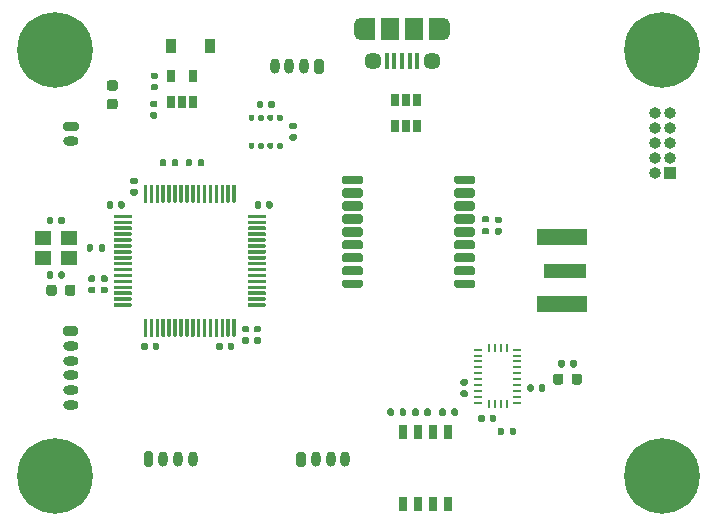
<source format=gbr>
%TF.GenerationSoftware,KiCad,Pcbnew,(5.1.10)-1*%
%TF.CreationDate,2021-11-27T13:57:11+01:00*%
%TF.ProjectId,SplashQuad,53706c61-7368-4517-9561-642e6b696361,rev?*%
%TF.SameCoordinates,Original*%
%TF.FileFunction,Soldermask,Top*%
%TF.FilePolarity,Negative*%
%FSLAX46Y46*%
G04 Gerber Fmt 4.6, Leading zero omitted, Abs format (unit mm)*
G04 Created by KiCad (PCBNEW (5.1.10)-1) date 2021-11-27 13:57:11*
%MOMM*%
%LPD*%
G01*
G04 APERTURE LIST*
%ADD10C,0.800000*%
%ADD11C,6.400000*%
%ADD12R,1.400000X1.200000*%
%ADD13R,0.254000X0.675000*%
%ADD14R,0.675000X0.254000*%
%ADD15R,0.650000X1.060000*%
%ADD16R,0.760000X1.250000*%
%ADD17R,3.600000X1.270000*%
%ADD18R,4.200000X1.350000*%
%ADD19O,0.800000X1.300000*%
%ADD20O,1.300000X0.800000*%
%ADD21O,1.000000X1.000000*%
%ADD22R,1.000000X1.000000*%
%ADD23R,1.200000X1.900000*%
%ADD24O,1.200000X1.900000*%
%ADD25R,1.500000X1.900000*%
%ADD26C,1.450000*%
%ADD27R,0.400000X1.350000*%
%ADD28R,0.900000X1.200000*%
G04 APERTURE END LIST*
%TO.C,U6*%
G36*
G01*
X167950000Y-95675000D02*
X167950000Y-95325000D01*
G75*
G02*
X168125000Y-95150000I175000J0D01*
G01*
X169575000Y-95150000D01*
G75*
G02*
X169750000Y-95325000I0J-175000D01*
G01*
X169750000Y-95675000D01*
G75*
G02*
X169575000Y-95850000I-175000J0D01*
G01*
X168125000Y-95850000D01*
G75*
G02*
X167950000Y-95675000I0J175000D01*
G01*
G37*
G36*
G01*
X167950000Y-96800000D02*
X167950000Y-96400000D01*
G75*
G02*
X168150000Y-96200000I200000J0D01*
G01*
X169550000Y-96200000D01*
G75*
G02*
X169750000Y-96400000I0J-200000D01*
G01*
X169750000Y-96800000D01*
G75*
G02*
X169550000Y-97000000I-200000J0D01*
G01*
X168150000Y-97000000D01*
G75*
G02*
X167950000Y-96800000I0J200000D01*
G01*
G37*
G36*
G01*
X167950000Y-97900000D02*
X167950000Y-97500000D01*
G75*
G02*
X168150000Y-97300000I200000J0D01*
G01*
X169550000Y-97300000D01*
G75*
G02*
X169750000Y-97500000I0J-200000D01*
G01*
X169750000Y-97900000D01*
G75*
G02*
X169550000Y-98100000I-200000J0D01*
G01*
X168150000Y-98100000D01*
G75*
G02*
X167950000Y-97900000I0J200000D01*
G01*
G37*
G36*
G01*
X167950000Y-99000000D02*
X167950000Y-98600000D01*
G75*
G02*
X168150000Y-98400000I200000J0D01*
G01*
X169550000Y-98400000D01*
G75*
G02*
X169750000Y-98600000I0J-200000D01*
G01*
X169750000Y-99000000D01*
G75*
G02*
X169550000Y-99200000I-200000J0D01*
G01*
X168150000Y-99200000D01*
G75*
G02*
X167950000Y-99000000I0J200000D01*
G01*
G37*
G36*
G01*
X167950000Y-100100000D02*
X167950000Y-99700000D01*
G75*
G02*
X168150000Y-99500000I200000J0D01*
G01*
X169550000Y-99500000D01*
G75*
G02*
X169750000Y-99700000I0J-200000D01*
G01*
X169750000Y-100100000D01*
G75*
G02*
X169550000Y-100300000I-200000J0D01*
G01*
X168150000Y-100300000D01*
G75*
G02*
X167950000Y-100100000I0J200000D01*
G01*
G37*
G36*
G01*
X167950000Y-101200000D02*
X167950000Y-100800000D01*
G75*
G02*
X168150000Y-100600000I200000J0D01*
G01*
X169550000Y-100600000D01*
G75*
G02*
X169750000Y-100800000I0J-200000D01*
G01*
X169750000Y-101200000D01*
G75*
G02*
X169550000Y-101400000I-200000J0D01*
G01*
X168150000Y-101400000D01*
G75*
G02*
X167950000Y-101200000I0J200000D01*
G01*
G37*
G36*
G01*
X167950000Y-102300000D02*
X167950000Y-101900000D01*
G75*
G02*
X168150000Y-101700000I200000J0D01*
G01*
X169550000Y-101700000D01*
G75*
G02*
X169750000Y-101900000I0J-200000D01*
G01*
X169750000Y-102300000D01*
G75*
G02*
X169550000Y-102500000I-200000J0D01*
G01*
X168150000Y-102500000D01*
G75*
G02*
X167950000Y-102300000I0J200000D01*
G01*
G37*
G36*
G01*
X167950000Y-103400000D02*
X167950000Y-103000000D01*
G75*
G02*
X168150000Y-102800000I200000J0D01*
G01*
X169550000Y-102800000D01*
G75*
G02*
X169750000Y-103000000I0J-200000D01*
G01*
X169750000Y-103400000D01*
G75*
G02*
X169550000Y-103600000I-200000J0D01*
G01*
X168150000Y-103600000D01*
G75*
G02*
X167950000Y-103400000I0J200000D01*
G01*
G37*
G36*
G01*
X167950000Y-104475000D02*
X167950000Y-104125000D01*
G75*
G02*
X168125000Y-103950000I175000J0D01*
G01*
X169575000Y-103950000D01*
G75*
G02*
X169750000Y-104125000I0J-175000D01*
G01*
X169750000Y-104475000D01*
G75*
G02*
X169575000Y-104650000I-175000J0D01*
G01*
X168125000Y-104650000D01*
G75*
G02*
X167950000Y-104475000I0J175000D01*
G01*
G37*
G36*
G01*
X158450000Y-104475000D02*
X158450000Y-104125000D01*
G75*
G02*
X158625000Y-103950000I175000J0D01*
G01*
X160075000Y-103950000D01*
G75*
G02*
X160250000Y-104125000I0J-175000D01*
G01*
X160250000Y-104475000D01*
G75*
G02*
X160075000Y-104650000I-175000J0D01*
G01*
X158625000Y-104650000D01*
G75*
G02*
X158450000Y-104475000I0J175000D01*
G01*
G37*
G36*
G01*
X158450000Y-103400000D02*
X158450000Y-103000000D01*
G75*
G02*
X158650000Y-102800000I200000J0D01*
G01*
X160050000Y-102800000D01*
G75*
G02*
X160250000Y-103000000I0J-200000D01*
G01*
X160250000Y-103400000D01*
G75*
G02*
X160050000Y-103600000I-200000J0D01*
G01*
X158650000Y-103600000D01*
G75*
G02*
X158450000Y-103400000I0J200000D01*
G01*
G37*
G36*
G01*
X158450000Y-102300000D02*
X158450000Y-101900000D01*
G75*
G02*
X158650000Y-101700000I200000J0D01*
G01*
X160050000Y-101700000D01*
G75*
G02*
X160250000Y-101900000I0J-200000D01*
G01*
X160250000Y-102300000D01*
G75*
G02*
X160050000Y-102500000I-200000J0D01*
G01*
X158650000Y-102500000D01*
G75*
G02*
X158450000Y-102300000I0J200000D01*
G01*
G37*
G36*
G01*
X158450000Y-101200000D02*
X158450000Y-100800000D01*
G75*
G02*
X158650000Y-100600000I200000J0D01*
G01*
X160050000Y-100600000D01*
G75*
G02*
X160250000Y-100800000I0J-200000D01*
G01*
X160250000Y-101200000D01*
G75*
G02*
X160050000Y-101400000I-200000J0D01*
G01*
X158650000Y-101400000D01*
G75*
G02*
X158450000Y-101200000I0J200000D01*
G01*
G37*
G36*
G01*
X158450000Y-100100000D02*
X158450000Y-99700000D01*
G75*
G02*
X158650000Y-99500000I200000J0D01*
G01*
X160050000Y-99500000D01*
G75*
G02*
X160250000Y-99700000I0J-200000D01*
G01*
X160250000Y-100100000D01*
G75*
G02*
X160050000Y-100300000I-200000J0D01*
G01*
X158650000Y-100300000D01*
G75*
G02*
X158450000Y-100100000I0J200000D01*
G01*
G37*
G36*
G01*
X158450000Y-99000000D02*
X158450000Y-98600000D01*
G75*
G02*
X158650000Y-98400000I200000J0D01*
G01*
X160050000Y-98400000D01*
G75*
G02*
X160250000Y-98600000I0J-200000D01*
G01*
X160250000Y-99000000D01*
G75*
G02*
X160050000Y-99200000I-200000J0D01*
G01*
X158650000Y-99200000D01*
G75*
G02*
X158450000Y-99000000I0J200000D01*
G01*
G37*
G36*
G01*
X158450000Y-97900000D02*
X158450000Y-97500000D01*
G75*
G02*
X158650000Y-97300000I200000J0D01*
G01*
X160050000Y-97300000D01*
G75*
G02*
X160250000Y-97500000I0J-200000D01*
G01*
X160250000Y-97900000D01*
G75*
G02*
X160050000Y-98100000I-200000J0D01*
G01*
X158650000Y-98100000D01*
G75*
G02*
X158450000Y-97900000I0J200000D01*
G01*
G37*
G36*
G01*
X158450000Y-96800000D02*
X158450000Y-96400000D01*
G75*
G02*
X158650000Y-96200000I200000J0D01*
G01*
X160050000Y-96200000D01*
G75*
G02*
X160250000Y-96400000I0J-200000D01*
G01*
X160250000Y-96800000D01*
G75*
G02*
X160050000Y-97000000I-200000J0D01*
G01*
X158650000Y-97000000D01*
G75*
G02*
X158450000Y-96800000I0J200000D01*
G01*
G37*
G36*
G01*
X158450000Y-95675000D02*
X158450000Y-95325000D01*
G75*
G02*
X158625000Y-95150000I175000J0D01*
G01*
X160075000Y-95150000D01*
G75*
G02*
X160250000Y-95325000I0J-175000D01*
G01*
X160250000Y-95675000D01*
G75*
G02*
X160075000Y-95850000I-175000J0D01*
G01*
X158625000Y-95850000D01*
G75*
G02*
X158450000Y-95675000I0J175000D01*
G01*
G37*
%TD*%
D10*
%TO.C,H4*%
X187247056Y-82852944D03*
X185550000Y-82150000D03*
X183852944Y-82852944D03*
X183150000Y-84550000D03*
X183852944Y-86247056D03*
X185550000Y-86950000D03*
X187247056Y-86247056D03*
X187950000Y-84550000D03*
D11*
X185550000Y-84550000D03*
%TD*%
D10*
%TO.C,H3*%
X187247056Y-118852944D03*
X185550000Y-118150000D03*
X183852944Y-118852944D03*
X183150000Y-120550000D03*
X183852944Y-122247056D03*
X185550000Y-122950000D03*
X187247056Y-122247056D03*
X187950000Y-120550000D03*
D11*
X185550000Y-120550000D03*
%TD*%
D10*
%TO.C,H2*%
X135847056Y-118852944D03*
X134150000Y-118150000D03*
X132452944Y-118852944D03*
X131750000Y-120550000D03*
X132452944Y-122247056D03*
X134150000Y-122950000D03*
X135847056Y-122247056D03*
X136550000Y-120550000D03*
D11*
X134150000Y-120550000D03*
%TD*%
D10*
%TO.C,H1*%
X135847056Y-82852944D03*
X134150000Y-82150000D03*
X132452944Y-82852944D03*
X131750000Y-84550000D03*
X132452944Y-86247056D03*
X134150000Y-86950000D03*
X135847056Y-86247056D03*
X136550000Y-84550000D03*
D11*
X134150000Y-84550000D03*
%TD*%
%TO.C,C19*%
G36*
G01*
X154155000Y-91625000D02*
X154495000Y-91625000D01*
G75*
G02*
X154635000Y-91765000I0J-140000D01*
G01*
X154635000Y-92045000D01*
G75*
G02*
X154495000Y-92185000I-140000J0D01*
G01*
X154155000Y-92185000D01*
G75*
G02*
X154015000Y-92045000I0J140000D01*
G01*
X154015000Y-91765000D01*
G75*
G02*
X154155000Y-91625000I140000J0D01*
G01*
G37*
G36*
G01*
X154155000Y-90665000D02*
X154495000Y-90665000D01*
G75*
G02*
X154635000Y-90805000I0J-140000D01*
G01*
X154635000Y-91085000D01*
G75*
G02*
X154495000Y-91225000I-140000J0D01*
G01*
X154155000Y-91225000D01*
G75*
G02*
X154015000Y-91085000I0J140000D01*
G01*
X154015000Y-90805000D01*
G75*
G02*
X154155000Y-90665000I140000J0D01*
G01*
G37*
%TD*%
D12*
%TO.C,Y1*%
X133125000Y-100400000D03*
X135325000Y-100400000D03*
X135325000Y-102100000D03*
X133125000Y-102100000D03*
%TD*%
D13*
%TO.C,U5*%
X172400000Y-109737500D03*
X171900000Y-109737500D03*
X171400000Y-109737500D03*
D14*
X173312500Y-109875000D03*
X173312500Y-110375000D03*
X173312500Y-110875000D03*
X173312500Y-111375000D03*
X173312500Y-111875000D03*
X173312500Y-112375000D03*
X173312500Y-112875000D03*
X173312500Y-113375000D03*
X173312500Y-113875000D03*
X169987500Y-109875000D03*
X169987500Y-110375000D03*
X169987500Y-110875000D03*
X169987500Y-111375000D03*
X169987500Y-111875000D03*
X169987500Y-112375000D03*
X169987500Y-112875000D03*
X169987500Y-113375000D03*
X169987500Y-113875000D03*
D13*
X172400000Y-114512500D03*
X171900000Y-114512500D03*
X171400000Y-114512500D03*
D14*
X169987500Y-114375000D03*
D13*
X170900000Y-114512500D03*
D14*
X173312500Y-114375000D03*
D13*
X170900000Y-109737500D03*
%TD*%
%TO.C,U4*%
G36*
G01*
X153450000Y-90100000D02*
X153450000Y-90375000D01*
G75*
G02*
X153325000Y-90500000I-125000J0D01*
G01*
X153075000Y-90500000D01*
G75*
G02*
X152950000Y-90375000I0J125000D01*
G01*
X152950000Y-90100000D01*
G75*
G02*
X153075000Y-89975000I125000J0D01*
G01*
X153325000Y-89975000D01*
G75*
G02*
X153450000Y-90100000I0J-125000D01*
G01*
G37*
G36*
G01*
X152650000Y-90100000D02*
X152650000Y-90375000D01*
G75*
G02*
X152525000Y-90500000I-125000J0D01*
G01*
X152275000Y-90500000D01*
G75*
G02*
X152150000Y-90375000I0J125000D01*
G01*
X152150000Y-90100000D01*
G75*
G02*
X152275000Y-89975000I125000J0D01*
G01*
X152525000Y-89975000D01*
G75*
G02*
X152650000Y-90100000I0J-125000D01*
G01*
G37*
G36*
G01*
X151850000Y-90100000D02*
X151850000Y-90375000D01*
G75*
G02*
X151725000Y-90500000I-125000J0D01*
G01*
X151475000Y-90500000D01*
G75*
G02*
X151350000Y-90375000I0J125000D01*
G01*
X151350000Y-90100000D01*
G75*
G02*
X151475000Y-89975000I125000J0D01*
G01*
X151725000Y-89975000D01*
G75*
G02*
X151850000Y-90100000I0J-125000D01*
G01*
G37*
G36*
G01*
X151050000Y-90100000D02*
X151050000Y-90375000D01*
G75*
G02*
X150925000Y-90500000I-125000J0D01*
G01*
X150675000Y-90500000D01*
G75*
G02*
X150550000Y-90375000I0J125000D01*
G01*
X150550000Y-90100000D01*
G75*
G02*
X150675000Y-89975000I125000J0D01*
G01*
X150925000Y-89975000D01*
G75*
G02*
X151050000Y-90100000I0J-125000D01*
G01*
G37*
G36*
G01*
X151050000Y-92475000D02*
X151050000Y-92750000D01*
G75*
G02*
X150925000Y-92875000I-125000J0D01*
G01*
X150675000Y-92875000D01*
G75*
G02*
X150550000Y-92750000I0J125000D01*
G01*
X150550000Y-92475000D01*
G75*
G02*
X150675000Y-92350000I125000J0D01*
G01*
X150925000Y-92350000D01*
G75*
G02*
X151050000Y-92475000I0J-125000D01*
G01*
G37*
G36*
G01*
X151850000Y-92475000D02*
X151850000Y-92750000D01*
G75*
G02*
X151725000Y-92875000I-125000J0D01*
G01*
X151475000Y-92875000D01*
G75*
G02*
X151350000Y-92750000I0J125000D01*
G01*
X151350000Y-92475000D01*
G75*
G02*
X151475000Y-92350000I125000J0D01*
G01*
X151725000Y-92350000D01*
G75*
G02*
X151850000Y-92475000I0J-125000D01*
G01*
G37*
G36*
G01*
X152650000Y-92475000D02*
X152650000Y-92750000D01*
G75*
G02*
X152525000Y-92875000I-125000J0D01*
G01*
X152275000Y-92875000D01*
G75*
G02*
X152150000Y-92750000I0J125000D01*
G01*
X152150000Y-92475000D01*
G75*
G02*
X152275000Y-92350000I125000J0D01*
G01*
X152525000Y-92350000D01*
G75*
G02*
X152650000Y-92475000I0J-125000D01*
G01*
G37*
G36*
G01*
X153450000Y-92475000D02*
X153450000Y-92750000D01*
G75*
G02*
X153325000Y-92875000I-125000J0D01*
G01*
X153075000Y-92875000D01*
G75*
G02*
X152950000Y-92750000I0J125000D01*
G01*
X152950000Y-92475000D01*
G75*
G02*
X153075000Y-92350000I125000J0D01*
G01*
X153325000Y-92350000D01*
G75*
G02*
X153450000Y-92475000I0J-125000D01*
G01*
G37*
%TD*%
%TO.C,U3*%
G36*
G01*
X141675000Y-97375000D02*
X141675000Y-95975000D01*
G75*
G02*
X141750000Y-95900000I75000J0D01*
G01*
X141900000Y-95900000D01*
G75*
G02*
X141975000Y-95975000I0J-75000D01*
G01*
X141975000Y-97375000D01*
G75*
G02*
X141900000Y-97450000I-75000J0D01*
G01*
X141750000Y-97450000D01*
G75*
G02*
X141675000Y-97375000I0J75000D01*
G01*
G37*
G36*
G01*
X142175000Y-97375000D02*
X142175000Y-95975000D01*
G75*
G02*
X142250000Y-95900000I75000J0D01*
G01*
X142400000Y-95900000D01*
G75*
G02*
X142475000Y-95975000I0J-75000D01*
G01*
X142475000Y-97375000D01*
G75*
G02*
X142400000Y-97450000I-75000J0D01*
G01*
X142250000Y-97450000D01*
G75*
G02*
X142175000Y-97375000I0J75000D01*
G01*
G37*
G36*
G01*
X142675000Y-97375000D02*
X142675000Y-95975000D01*
G75*
G02*
X142750000Y-95900000I75000J0D01*
G01*
X142900000Y-95900000D01*
G75*
G02*
X142975000Y-95975000I0J-75000D01*
G01*
X142975000Y-97375000D01*
G75*
G02*
X142900000Y-97450000I-75000J0D01*
G01*
X142750000Y-97450000D01*
G75*
G02*
X142675000Y-97375000I0J75000D01*
G01*
G37*
G36*
G01*
X143175000Y-97375000D02*
X143175000Y-95975000D01*
G75*
G02*
X143250000Y-95900000I75000J0D01*
G01*
X143400000Y-95900000D01*
G75*
G02*
X143475000Y-95975000I0J-75000D01*
G01*
X143475000Y-97375000D01*
G75*
G02*
X143400000Y-97450000I-75000J0D01*
G01*
X143250000Y-97450000D01*
G75*
G02*
X143175000Y-97375000I0J75000D01*
G01*
G37*
G36*
G01*
X143675000Y-97375000D02*
X143675000Y-95975000D01*
G75*
G02*
X143750000Y-95900000I75000J0D01*
G01*
X143900000Y-95900000D01*
G75*
G02*
X143975000Y-95975000I0J-75000D01*
G01*
X143975000Y-97375000D01*
G75*
G02*
X143900000Y-97450000I-75000J0D01*
G01*
X143750000Y-97450000D01*
G75*
G02*
X143675000Y-97375000I0J75000D01*
G01*
G37*
G36*
G01*
X144175000Y-97375000D02*
X144175000Y-95975000D01*
G75*
G02*
X144250000Y-95900000I75000J0D01*
G01*
X144400000Y-95900000D01*
G75*
G02*
X144475000Y-95975000I0J-75000D01*
G01*
X144475000Y-97375000D01*
G75*
G02*
X144400000Y-97450000I-75000J0D01*
G01*
X144250000Y-97450000D01*
G75*
G02*
X144175000Y-97375000I0J75000D01*
G01*
G37*
G36*
G01*
X144675000Y-97375000D02*
X144675000Y-95975000D01*
G75*
G02*
X144750000Y-95900000I75000J0D01*
G01*
X144900000Y-95900000D01*
G75*
G02*
X144975000Y-95975000I0J-75000D01*
G01*
X144975000Y-97375000D01*
G75*
G02*
X144900000Y-97450000I-75000J0D01*
G01*
X144750000Y-97450000D01*
G75*
G02*
X144675000Y-97375000I0J75000D01*
G01*
G37*
G36*
G01*
X145175000Y-97375000D02*
X145175000Y-95975000D01*
G75*
G02*
X145250000Y-95900000I75000J0D01*
G01*
X145400000Y-95900000D01*
G75*
G02*
X145475000Y-95975000I0J-75000D01*
G01*
X145475000Y-97375000D01*
G75*
G02*
X145400000Y-97450000I-75000J0D01*
G01*
X145250000Y-97450000D01*
G75*
G02*
X145175000Y-97375000I0J75000D01*
G01*
G37*
G36*
G01*
X145675000Y-97375000D02*
X145675000Y-95975000D01*
G75*
G02*
X145750000Y-95900000I75000J0D01*
G01*
X145900000Y-95900000D01*
G75*
G02*
X145975000Y-95975000I0J-75000D01*
G01*
X145975000Y-97375000D01*
G75*
G02*
X145900000Y-97450000I-75000J0D01*
G01*
X145750000Y-97450000D01*
G75*
G02*
X145675000Y-97375000I0J75000D01*
G01*
G37*
G36*
G01*
X146175000Y-97375000D02*
X146175000Y-95975000D01*
G75*
G02*
X146250000Y-95900000I75000J0D01*
G01*
X146400000Y-95900000D01*
G75*
G02*
X146475000Y-95975000I0J-75000D01*
G01*
X146475000Y-97375000D01*
G75*
G02*
X146400000Y-97450000I-75000J0D01*
G01*
X146250000Y-97450000D01*
G75*
G02*
X146175000Y-97375000I0J75000D01*
G01*
G37*
G36*
G01*
X146675000Y-97375000D02*
X146675000Y-95975000D01*
G75*
G02*
X146750000Y-95900000I75000J0D01*
G01*
X146900000Y-95900000D01*
G75*
G02*
X146975000Y-95975000I0J-75000D01*
G01*
X146975000Y-97375000D01*
G75*
G02*
X146900000Y-97450000I-75000J0D01*
G01*
X146750000Y-97450000D01*
G75*
G02*
X146675000Y-97375000I0J75000D01*
G01*
G37*
G36*
G01*
X147175000Y-97375000D02*
X147175000Y-95975000D01*
G75*
G02*
X147250000Y-95900000I75000J0D01*
G01*
X147400000Y-95900000D01*
G75*
G02*
X147475000Y-95975000I0J-75000D01*
G01*
X147475000Y-97375000D01*
G75*
G02*
X147400000Y-97450000I-75000J0D01*
G01*
X147250000Y-97450000D01*
G75*
G02*
X147175000Y-97375000I0J75000D01*
G01*
G37*
G36*
G01*
X147675000Y-97375000D02*
X147675000Y-95975000D01*
G75*
G02*
X147750000Y-95900000I75000J0D01*
G01*
X147900000Y-95900000D01*
G75*
G02*
X147975000Y-95975000I0J-75000D01*
G01*
X147975000Y-97375000D01*
G75*
G02*
X147900000Y-97450000I-75000J0D01*
G01*
X147750000Y-97450000D01*
G75*
G02*
X147675000Y-97375000I0J75000D01*
G01*
G37*
G36*
G01*
X148175000Y-97375000D02*
X148175000Y-95975000D01*
G75*
G02*
X148250000Y-95900000I75000J0D01*
G01*
X148400000Y-95900000D01*
G75*
G02*
X148475000Y-95975000I0J-75000D01*
G01*
X148475000Y-97375000D01*
G75*
G02*
X148400000Y-97450000I-75000J0D01*
G01*
X148250000Y-97450000D01*
G75*
G02*
X148175000Y-97375000I0J75000D01*
G01*
G37*
G36*
G01*
X148675000Y-97375000D02*
X148675000Y-95975000D01*
G75*
G02*
X148750000Y-95900000I75000J0D01*
G01*
X148900000Y-95900000D01*
G75*
G02*
X148975000Y-95975000I0J-75000D01*
G01*
X148975000Y-97375000D01*
G75*
G02*
X148900000Y-97450000I-75000J0D01*
G01*
X148750000Y-97450000D01*
G75*
G02*
X148675000Y-97375000I0J75000D01*
G01*
G37*
G36*
G01*
X149175000Y-97375000D02*
X149175000Y-95975000D01*
G75*
G02*
X149250000Y-95900000I75000J0D01*
G01*
X149400000Y-95900000D01*
G75*
G02*
X149475000Y-95975000I0J-75000D01*
G01*
X149475000Y-97375000D01*
G75*
G02*
X149400000Y-97450000I-75000J0D01*
G01*
X149250000Y-97450000D01*
G75*
G02*
X149175000Y-97375000I0J75000D01*
G01*
G37*
G36*
G01*
X150475000Y-98675000D02*
X150475000Y-98525000D01*
G75*
G02*
X150550000Y-98450000I75000J0D01*
G01*
X151950000Y-98450000D01*
G75*
G02*
X152025000Y-98525000I0J-75000D01*
G01*
X152025000Y-98675000D01*
G75*
G02*
X151950000Y-98750000I-75000J0D01*
G01*
X150550000Y-98750000D01*
G75*
G02*
X150475000Y-98675000I0J75000D01*
G01*
G37*
G36*
G01*
X150475000Y-99175000D02*
X150475000Y-99025000D01*
G75*
G02*
X150550000Y-98950000I75000J0D01*
G01*
X151950000Y-98950000D01*
G75*
G02*
X152025000Y-99025000I0J-75000D01*
G01*
X152025000Y-99175000D01*
G75*
G02*
X151950000Y-99250000I-75000J0D01*
G01*
X150550000Y-99250000D01*
G75*
G02*
X150475000Y-99175000I0J75000D01*
G01*
G37*
G36*
G01*
X150475000Y-99675000D02*
X150475000Y-99525000D01*
G75*
G02*
X150550000Y-99450000I75000J0D01*
G01*
X151950000Y-99450000D01*
G75*
G02*
X152025000Y-99525000I0J-75000D01*
G01*
X152025000Y-99675000D01*
G75*
G02*
X151950000Y-99750000I-75000J0D01*
G01*
X150550000Y-99750000D01*
G75*
G02*
X150475000Y-99675000I0J75000D01*
G01*
G37*
G36*
G01*
X150475000Y-100175000D02*
X150475000Y-100025000D01*
G75*
G02*
X150550000Y-99950000I75000J0D01*
G01*
X151950000Y-99950000D01*
G75*
G02*
X152025000Y-100025000I0J-75000D01*
G01*
X152025000Y-100175000D01*
G75*
G02*
X151950000Y-100250000I-75000J0D01*
G01*
X150550000Y-100250000D01*
G75*
G02*
X150475000Y-100175000I0J75000D01*
G01*
G37*
G36*
G01*
X150475000Y-100675000D02*
X150475000Y-100525000D01*
G75*
G02*
X150550000Y-100450000I75000J0D01*
G01*
X151950000Y-100450000D01*
G75*
G02*
X152025000Y-100525000I0J-75000D01*
G01*
X152025000Y-100675000D01*
G75*
G02*
X151950000Y-100750000I-75000J0D01*
G01*
X150550000Y-100750000D01*
G75*
G02*
X150475000Y-100675000I0J75000D01*
G01*
G37*
G36*
G01*
X150475000Y-101175000D02*
X150475000Y-101025000D01*
G75*
G02*
X150550000Y-100950000I75000J0D01*
G01*
X151950000Y-100950000D01*
G75*
G02*
X152025000Y-101025000I0J-75000D01*
G01*
X152025000Y-101175000D01*
G75*
G02*
X151950000Y-101250000I-75000J0D01*
G01*
X150550000Y-101250000D01*
G75*
G02*
X150475000Y-101175000I0J75000D01*
G01*
G37*
G36*
G01*
X150475000Y-101675000D02*
X150475000Y-101525000D01*
G75*
G02*
X150550000Y-101450000I75000J0D01*
G01*
X151950000Y-101450000D01*
G75*
G02*
X152025000Y-101525000I0J-75000D01*
G01*
X152025000Y-101675000D01*
G75*
G02*
X151950000Y-101750000I-75000J0D01*
G01*
X150550000Y-101750000D01*
G75*
G02*
X150475000Y-101675000I0J75000D01*
G01*
G37*
G36*
G01*
X150475000Y-102175000D02*
X150475000Y-102025000D01*
G75*
G02*
X150550000Y-101950000I75000J0D01*
G01*
X151950000Y-101950000D01*
G75*
G02*
X152025000Y-102025000I0J-75000D01*
G01*
X152025000Y-102175000D01*
G75*
G02*
X151950000Y-102250000I-75000J0D01*
G01*
X150550000Y-102250000D01*
G75*
G02*
X150475000Y-102175000I0J75000D01*
G01*
G37*
G36*
G01*
X150475000Y-102675000D02*
X150475000Y-102525000D01*
G75*
G02*
X150550000Y-102450000I75000J0D01*
G01*
X151950000Y-102450000D01*
G75*
G02*
X152025000Y-102525000I0J-75000D01*
G01*
X152025000Y-102675000D01*
G75*
G02*
X151950000Y-102750000I-75000J0D01*
G01*
X150550000Y-102750000D01*
G75*
G02*
X150475000Y-102675000I0J75000D01*
G01*
G37*
G36*
G01*
X150475000Y-103175000D02*
X150475000Y-103025000D01*
G75*
G02*
X150550000Y-102950000I75000J0D01*
G01*
X151950000Y-102950000D01*
G75*
G02*
X152025000Y-103025000I0J-75000D01*
G01*
X152025000Y-103175000D01*
G75*
G02*
X151950000Y-103250000I-75000J0D01*
G01*
X150550000Y-103250000D01*
G75*
G02*
X150475000Y-103175000I0J75000D01*
G01*
G37*
G36*
G01*
X150475000Y-103675000D02*
X150475000Y-103525000D01*
G75*
G02*
X150550000Y-103450000I75000J0D01*
G01*
X151950000Y-103450000D01*
G75*
G02*
X152025000Y-103525000I0J-75000D01*
G01*
X152025000Y-103675000D01*
G75*
G02*
X151950000Y-103750000I-75000J0D01*
G01*
X150550000Y-103750000D01*
G75*
G02*
X150475000Y-103675000I0J75000D01*
G01*
G37*
G36*
G01*
X150475000Y-104175000D02*
X150475000Y-104025000D01*
G75*
G02*
X150550000Y-103950000I75000J0D01*
G01*
X151950000Y-103950000D01*
G75*
G02*
X152025000Y-104025000I0J-75000D01*
G01*
X152025000Y-104175000D01*
G75*
G02*
X151950000Y-104250000I-75000J0D01*
G01*
X150550000Y-104250000D01*
G75*
G02*
X150475000Y-104175000I0J75000D01*
G01*
G37*
G36*
G01*
X150475000Y-104675000D02*
X150475000Y-104525000D01*
G75*
G02*
X150550000Y-104450000I75000J0D01*
G01*
X151950000Y-104450000D01*
G75*
G02*
X152025000Y-104525000I0J-75000D01*
G01*
X152025000Y-104675000D01*
G75*
G02*
X151950000Y-104750000I-75000J0D01*
G01*
X150550000Y-104750000D01*
G75*
G02*
X150475000Y-104675000I0J75000D01*
G01*
G37*
G36*
G01*
X150475000Y-105175000D02*
X150475000Y-105025000D01*
G75*
G02*
X150550000Y-104950000I75000J0D01*
G01*
X151950000Y-104950000D01*
G75*
G02*
X152025000Y-105025000I0J-75000D01*
G01*
X152025000Y-105175000D01*
G75*
G02*
X151950000Y-105250000I-75000J0D01*
G01*
X150550000Y-105250000D01*
G75*
G02*
X150475000Y-105175000I0J75000D01*
G01*
G37*
G36*
G01*
X150475000Y-105675000D02*
X150475000Y-105525000D01*
G75*
G02*
X150550000Y-105450000I75000J0D01*
G01*
X151950000Y-105450000D01*
G75*
G02*
X152025000Y-105525000I0J-75000D01*
G01*
X152025000Y-105675000D01*
G75*
G02*
X151950000Y-105750000I-75000J0D01*
G01*
X150550000Y-105750000D01*
G75*
G02*
X150475000Y-105675000I0J75000D01*
G01*
G37*
G36*
G01*
X150475000Y-106175000D02*
X150475000Y-106025000D01*
G75*
G02*
X150550000Y-105950000I75000J0D01*
G01*
X151950000Y-105950000D01*
G75*
G02*
X152025000Y-106025000I0J-75000D01*
G01*
X152025000Y-106175000D01*
G75*
G02*
X151950000Y-106250000I-75000J0D01*
G01*
X150550000Y-106250000D01*
G75*
G02*
X150475000Y-106175000I0J75000D01*
G01*
G37*
G36*
G01*
X149175000Y-108725000D02*
X149175000Y-107325000D01*
G75*
G02*
X149250000Y-107250000I75000J0D01*
G01*
X149400000Y-107250000D01*
G75*
G02*
X149475000Y-107325000I0J-75000D01*
G01*
X149475000Y-108725000D01*
G75*
G02*
X149400000Y-108800000I-75000J0D01*
G01*
X149250000Y-108800000D01*
G75*
G02*
X149175000Y-108725000I0J75000D01*
G01*
G37*
G36*
G01*
X148675000Y-108725000D02*
X148675000Y-107325000D01*
G75*
G02*
X148750000Y-107250000I75000J0D01*
G01*
X148900000Y-107250000D01*
G75*
G02*
X148975000Y-107325000I0J-75000D01*
G01*
X148975000Y-108725000D01*
G75*
G02*
X148900000Y-108800000I-75000J0D01*
G01*
X148750000Y-108800000D01*
G75*
G02*
X148675000Y-108725000I0J75000D01*
G01*
G37*
G36*
G01*
X148175000Y-108725000D02*
X148175000Y-107325000D01*
G75*
G02*
X148250000Y-107250000I75000J0D01*
G01*
X148400000Y-107250000D01*
G75*
G02*
X148475000Y-107325000I0J-75000D01*
G01*
X148475000Y-108725000D01*
G75*
G02*
X148400000Y-108800000I-75000J0D01*
G01*
X148250000Y-108800000D01*
G75*
G02*
X148175000Y-108725000I0J75000D01*
G01*
G37*
G36*
G01*
X147675000Y-108725000D02*
X147675000Y-107325000D01*
G75*
G02*
X147750000Y-107250000I75000J0D01*
G01*
X147900000Y-107250000D01*
G75*
G02*
X147975000Y-107325000I0J-75000D01*
G01*
X147975000Y-108725000D01*
G75*
G02*
X147900000Y-108800000I-75000J0D01*
G01*
X147750000Y-108800000D01*
G75*
G02*
X147675000Y-108725000I0J75000D01*
G01*
G37*
G36*
G01*
X147175000Y-108725000D02*
X147175000Y-107325000D01*
G75*
G02*
X147250000Y-107250000I75000J0D01*
G01*
X147400000Y-107250000D01*
G75*
G02*
X147475000Y-107325000I0J-75000D01*
G01*
X147475000Y-108725000D01*
G75*
G02*
X147400000Y-108800000I-75000J0D01*
G01*
X147250000Y-108800000D01*
G75*
G02*
X147175000Y-108725000I0J75000D01*
G01*
G37*
G36*
G01*
X146675000Y-108725000D02*
X146675000Y-107325000D01*
G75*
G02*
X146750000Y-107250000I75000J0D01*
G01*
X146900000Y-107250000D01*
G75*
G02*
X146975000Y-107325000I0J-75000D01*
G01*
X146975000Y-108725000D01*
G75*
G02*
X146900000Y-108800000I-75000J0D01*
G01*
X146750000Y-108800000D01*
G75*
G02*
X146675000Y-108725000I0J75000D01*
G01*
G37*
G36*
G01*
X146175000Y-108725000D02*
X146175000Y-107325000D01*
G75*
G02*
X146250000Y-107250000I75000J0D01*
G01*
X146400000Y-107250000D01*
G75*
G02*
X146475000Y-107325000I0J-75000D01*
G01*
X146475000Y-108725000D01*
G75*
G02*
X146400000Y-108800000I-75000J0D01*
G01*
X146250000Y-108800000D01*
G75*
G02*
X146175000Y-108725000I0J75000D01*
G01*
G37*
G36*
G01*
X145675000Y-108725000D02*
X145675000Y-107325000D01*
G75*
G02*
X145750000Y-107250000I75000J0D01*
G01*
X145900000Y-107250000D01*
G75*
G02*
X145975000Y-107325000I0J-75000D01*
G01*
X145975000Y-108725000D01*
G75*
G02*
X145900000Y-108800000I-75000J0D01*
G01*
X145750000Y-108800000D01*
G75*
G02*
X145675000Y-108725000I0J75000D01*
G01*
G37*
G36*
G01*
X145175000Y-108725000D02*
X145175000Y-107325000D01*
G75*
G02*
X145250000Y-107250000I75000J0D01*
G01*
X145400000Y-107250000D01*
G75*
G02*
X145475000Y-107325000I0J-75000D01*
G01*
X145475000Y-108725000D01*
G75*
G02*
X145400000Y-108800000I-75000J0D01*
G01*
X145250000Y-108800000D01*
G75*
G02*
X145175000Y-108725000I0J75000D01*
G01*
G37*
G36*
G01*
X144675000Y-108725000D02*
X144675000Y-107325000D01*
G75*
G02*
X144750000Y-107250000I75000J0D01*
G01*
X144900000Y-107250000D01*
G75*
G02*
X144975000Y-107325000I0J-75000D01*
G01*
X144975000Y-108725000D01*
G75*
G02*
X144900000Y-108800000I-75000J0D01*
G01*
X144750000Y-108800000D01*
G75*
G02*
X144675000Y-108725000I0J75000D01*
G01*
G37*
G36*
G01*
X144175000Y-108725000D02*
X144175000Y-107325000D01*
G75*
G02*
X144250000Y-107250000I75000J0D01*
G01*
X144400000Y-107250000D01*
G75*
G02*
X144475000Y-107325000I0J-75000D01*
G01*
X144475000Y-108725000D01*
G75*
G02*
X144400000Y-108800000I-75000J0D01*
G01*
X144250000Y-108800000D01*
G75*
G02*
X144175000Y-108725000I0J75000D01*
G01*
G37*
G36*
G01*
X143675000Y-108725000D02*
X143675000Y-107325000D01*
G75*
G02*
X143750000Y-107250000I75000J0D01*
G01*
X143900000Y-107250000D01*
G75*
G02*
X143975000Y-107325000I0J-75000D01*
G01*
X143975000Y-108725000D01*
G75*
G02*
X143900000Y-108800000I-75000J0D01*
G01*
X143750000Y-108800000D01*
G75*
G02*
X143675000Y-108725000I0J75000D01*
G01*
G37*
G36*
G01*
X143175000Y-108725000D02*
X143175000Y-107325000D01*
G75*
G02*
X143250000Y-107250000I75000J0D01*
G01*
X143400000Y-107250000D01*
G75*
G02*
X143475000Y-107325000I0J-75000D01*
G01*
X143475000Y-108725000D01*
G75*
G02*
X143400000Y-108800000I-75000J0D01*
G01*
X143250000Y-108800000D01*
G75*
G02*
X143175000Y-108725000I0J75000D01*
G01*
G37*
G36*
G01*
X142675000Y-108725000D02*
X142675000Y-107325000D01*
G75*
G02*
X142750000Y-107250000I75000J0D01*
G01*
X142900000Y-107250000D01*
G75*
G02*
X142975000Y-107325000I0J-75000D01*
G01*
X142975000Y-108725000D01*
G75*
G02*
X142900000Y-108800000I-75000J0D01*
G01*
X142750000Y-108800000D01*
G75*
G02*
X142675000Y-108725000I0J75000D01*
G01*
G37*
G36*
G01*
X142175000Y-108725000D02*
X142175000Y-107325000D01*
G75*
G02*
X142250000Y-107250000I75000J0D01*
G01*
X142400000Y-107250000D01*
G75*
G02*
X142475000Y-107325000I0J-75000D01*
G01*
X142475000Y-108725000D01*
G75*
G02*
X142400000Y-108800000I-75000J0D01*
G01*
X142250000Y-108800000D01*
G75*
G02*
X142175000Y-108725000I0J75000D01*
G01*
G37*
G36*
G01*
X141675000Y-108725000D02*
X141675000Y-107325000D01*
G75*
G02*
X141750000Y-107250000I75000J0D01*
G01*
X141900000Y-107250000D01*
G75*
G02*
X141975000Y-107325000I0J-75000D01*
G01*
X141975000Y-108725000D01*
G75*
G02*
X141900000Y-108800000I-75000J0D01*
G01*
X141750000Y-108800000D01*
G75*
G02*
X141675000Y-108725000I0J75000D01*
G01*
G37*
G36*
G01*
X139125000Y-106175000D02*
X139125000Y-106025000D01*
G75*
G02*
X139200000Y-105950000I75000J0D01*
G01*
X140600000Y-105950000D01*
G75*
G02*
X140675000Y-106025000I0J-75000D01*
G01*
X140675000Y-106175000D01*
G75*
G02*
X140600000Y-106250000I-75000J0D01*
G01*
X139200000Y-106250000D01*
G75*
G02*
X139125000Y-106175000I0J75000D01*
G01*
G37*
G36*
G01*
X139125000Y-105675000D02*
X139125000Y-105525000D01*
G75*
G02*
X139200000Y-105450000I75000J0D01*
G01*
X140600000Y-105450000D01*
G75*
G02*
X140675000Y-105525000I0J-75000D01*
G01*
X140675000Y-105675000D01*
G75*
G02*
X140600000Y-105750000I-75000J0D01*
G01*
X139200000Y-105750000D01*
G75*
G02*
X139125000Y-105675000I0J75000D01*
G01*
G37*
G36*
G01*
X139125000Y-105175000D02*
X139125000Y-105025000D01*
G75*
G02*
X139200000Y-104950000I75000J0D01*
G01*
X140600000Y-104950000D01*
G75*
G02*
X140675000Y-105025000I0J-75000D01*
G01*
X140675000Y-105175000D01*
G75*
G02*
X140600000Y-105250000I-75000J0D01*
G01*
X139200000Y-105250000D01*
G75*
G02*
X139125000Y-105175000I0J75000D01*
G01*
G37*
G36*
G01*
X139125000Y-104675000D02*
X139125000Y-104525000D01*
G75*
G02*
X139200000Y-104450000I75000J0D01*
G01*
X140600000Y-104450000D01*
G75*
G02*
X140675000Y-104525000I0J-75000D01*
G01*
X140675000Y-104675000D01*
G75*
G02*
X140600000Y-104750000I-75000J0D01*
G01*
X139200000Y-104750000D01*
G75*
G02*
X139125000Y-104675000I0J75000D01*
G01*
G37*
G36*
G01*
X139125000Y-104175000D02*
X139125000Y-104025000D01*
G75*
G02*
X139200000Y-103950000I75000J0D01*
G01*
X140600000Y-103950000D01*
G75*
G02*
X140675000Y-104025000I0J-75000D01*
G01*
X140675000Y-104175000D01*
G75*
G02*
X140600000Y-104250000I-75000J0D01*
G01*
X139200000Y-104250000D01*
G75*
G02*
X139125000Y-104175000I0J75000D01*
G01*
G37*
G36*
G01*
X139125000Y-103675000D02*
X139125000Y-103525000D01*
G75*
G02*
X139200000Y-103450000I75000J0D01*
G01*
X140600000Y-103450000D01*
G75*
G02*
X140675000Y-103525000I0J-75000D01*
G01*
X140675000Y-103675000D01*
G75*
G02*
X140600000Y-103750000I-75000J0D01*
G01*
X139200000Y-103750000D01*
G75*
G02*
X139125000Y-103675000I0J75000D01*
G01*
G37*
G36*
G01*
X139125000Y-103175000D02*
X139125000Y-103025000D01*
G75*
G02*
X139200000Y-102950000I75000J0D01*
G01*
X140600000Y-102950000D01*
G75*
G02*
X140675000Y-103025000I0J-75000D01*
G01*
X140675000Y-103175000D01*
G75*
G02*
X140600000Y-103250000I-75000J0D01*
G01*
X139200000Y-103250000D01*
G75*
G02*
X139125000Y-103175000I0J75000D01*
G01*
G37*
G36*
G01*
X139125000Y-102675000D02*
X139125000Y-102525000D01*
G75*
G02*
X139200000Y-102450000I75000J0D01*
G01*
X140600000Y-102450000D01*
G75*
G02*
X140675000Y-102525000I0J-75000D01*
G01*
X140675000Y-102675000D01*
G75*
G02*
X140600000Y-102750000I-75000J0D01*
G01*
X139200000Y-102750000D01*
G75*
G02*
X139125000Y-102675000I0J75000D01*
G01*
G37*
G36*
G01*
X139125000Y-102175000D02*
X139125000Y-102025000D01*
G75*
G02*
X139200000Y-101950000I75000J0D01*
G01*
X140600000Y-101950000D01*
G75*
G02*
X140675000Y-102025000I0J-75000D01*
G01*
X140675000Y-102175000D01*
G75*
G02*
X140600000Y-102250000I-75000J0D01*
G01*
X139200000Y-102250000D01*
G75*
G02*
X139125000Y-102175000I0J75000D01*
G01*
G37*
G36*
G01*
X139125000Y-101675000D02*
X139125000Y-101525000D01*
G75*
G02*
X139200000Y-101450000I75000J0D01*
G01*
X140600000Y-101450000D01*
G75*
G02*
X140675000Y-101525000I0J-75000D01*
G01*
X140675000Y-101675000D01*
G75*
G02*
X140600000Y-101750000I-75000J0D01*
G01*
X139200000Y-101750000D01*
G75*
G02*
X139125000Y-101675000I0J75000D01*
G01*
G37*
G36*
G01*
X139125000Y-101175000D02*
X139125000Y-101025000D01*
G75*
G02*
X139200000Y-100950000I75000J0D01*
G01*
X140600000Y-100950000D01*
G75*
G02*
X140675000Y-101025000I0J-75000D01*
G01*
X140675000Y-101175000D01*
G75*
G02*
X140600000Y-101250000I-75000J0D01*
G01*
X139200000Y-101250000D01*
G75*
G02*
X139125000Y-101175000I0J75000D01*
G01*
G37*
G36*
G01*
X139125000Y-100675000D02*
X139125000Y-100525000D01*
G75*
G02*
X139200000Y-100450000I75000J0D01*
G01*
X140600000Y-100450000D01*
G75*
G02*
X140675000Y-100525000I0J-75000D01*
G01*
X140675000Y-100675000D01*
G75*
G02*
X140600000Y-100750000I-75000J0D01*
G01*
X139200000Y-100750000D01*
G75*
G02*
X139125000Y-100675000I0J75000D01*
G01*
G37*
G36*
G01*
X139125000Y-100175000D02*
X139125000Y-100025000D01*
G75*
G02*
X139200000Y-99950000I75000J0D01*
G01*
X140600000Y-99950000D01*
G75*
G02*
X140675000Y-100025000I0J-75000D01*
G01*
X140675000Y-100175000D01*
G75*
G02*
X140600000Y-100250000I-75000J0D01*
G01*
X139200000Y-100250000D01*
G75*
G02*
X139125000Y-100175000I0J75000D01*
G01*
G37*
G36*
G01*
X139125000Y-99675000D02*
X139125000Y-99525000D01*
G75*
G02*
X139200000Y-99450000I75000J0D01*
G01*
X140600000Y-99450000D01*
G75*
G02*
X140675000Y-99525000I0J-75000D01*
G01*
X140675000Y-99675000D01*
G75*
G02*
X140600000Y-99750000I-75000J0D01*
G01*
X139200000Y-99750000D01*
G75*
G02*
X139125000Y-99675000I0J75000D01*
G01*
G37*
G36*
G01*
X139125000Y-99175000D02*
X139125000Y-99025000D01*
G75*
G02*
X139200000Y-98950000I75000J0D01*
G01*
X140600000Y-98950000D01*
G75*
G02*
X140675000Y-99025000I0J-75000D01*
G01*
X140675000Y-99175000D01*
G75*
G02*
X140600000Y-99250000I-75000J0D01*
G01*
X139200000Y-99250000D01*
G75*
G02*
X139125000Y-99175000I0J75000D01*
G01*
G37*
G36*
G01*
X139125000Y-98675000D02*
X139125000Y-98525000D01*
G75*
G02*
X139200000Y-98450000I75000J0D01*
G01*
X140600000Y-98450000D01*
G75*
G02*
X140675000Y-98525000I0J-75000D01*
G01*
X140675000Y-98675000D01*
G75*
G02*
X140600000Y-98750000I-75000J0D01*
G01*
X139200000Y-98750000D01*
G75*
G02*
X139125000Y-98675000I0J75000D01*
G01*
G37*
%TD*%
D15*
%TO.C,U2*%
X163875000Y-90925000D03*
X164825000Y-90925000D03*
X162925000Y-90925000D03*
X162925000Y-88725000D03*
X163875000Y-88725000D03*
X164825000Y-88725000D03*
%TD*%
%TO.C,U1*%
X143950000Y-86700000D03*
X145850000Y-86700000D03*
X145850000Y-88900000D03*
X144900000Y-88900000D03*
X143950000Y-88900000D03*
%TD*%
D16*
%TO.C,SW1*%
X167405000Y-122975000D03*
X163595000Y-116825000D03*
X166135000Y-122975000D03*
X164865000Y-116825000D03*
X164865000Y-122975000D03*
X166135000Y-116825000D03*
X163595000Y-122975000D03*
X167405000Y-116825000D03*
%TD*%
%TO.C,R9*%
G36*
G01*
X170415000Y-99590000D02*
X170785000Y-99590000D01*
G75*
G02*
X170920000Y-99725000I0J-135000D01*
G01*
X170920000Y-99995000D01*
G75*
G02*
X170785000Y-100130000I-135000J0D01*
G01*
X170415000Y-100130000D01*
G75*
G02*
X170280000Y-99995000I0J135000D01*
G01*
X170280000Y-99725000D01*
G75*
G02*
X170415000Y-99590000I135000J0D01*
G01*
G37*
G36*
G01*
X170415000Y-98570000D02*
X170785000Y-98570000D01*
G75*
G02*
X170920000Y-98705000I0J-135000D01*
G01*
X170920000Y-98975000D01*
G75*
G02*
X170785000Y-99110000I-135000J0D01*
G01*
X170415000Y-99110000D01*
G75*
G02*
X170280000Y-98975000I0J135000D01*
G01*
X170280000Y-98705000D01*
G75*
G02*
X170415000Y-98570000I135000J0D01*
G01*
G37*
%TD*%
%TO.C,R8*%
G36*
G01*
X144055000Y-94235000D02*
X144055000Y-93865000D01*
G75*
G02*
X144190000Y-93730000I135000J0D01*
G01*
X144460000Y-93730000D01*
G75*
G02*
X144595000Y-93865000I0J-135000D01*
G01*
X144595000Y-94235000D01*
G75*
G02*
X144460000Y-94370000I-135000J0D01*
G01*
X144190000Y-94370000D01*
G75*
G02*
X144055000Y-94235000I0J135000D01*
G01*
G37*
G36*
G01*
X143035000Y-94235000D02*
X143035000Y-93865000D01*
G75*
G02*
X143170000Y-93730000I135000J0D01*
G01*
X143440000Y-93730000D01*
G75*
G02*
X143575000Y-93865000I0J-135000D01*
G01*
X143575000Y-94235000D01*
G75*
G02*
X143440000Y-94370000I-135000J0D01*
G01*
X143170000Y-94370000D01*
G75*
G02*
X143035000Y-94235000I0J135000D01*
G01*
G37*
%TD*%
%TO.C,R7*%
G36*
G01*
X145770000Y-93865000D02*
X145770000Y-94235000D01*
G75*
G02*
X145635000Y-94370000I-135000J0D01*
G01*
X145365000Y-94370000D01*
G75*
G02*
X145230000Y-94235000I0J135000D01*
G01*
X145230000Y-93865000D01*
G75*
G02*
X145365000Y-93730000I135000J0D01*
G01*
X145635000Y-93730000D01*
G75*
G02*
X145770000Y-93865000I0J-135000D01*
G01*
G37*
G36*
G01*
X146790000Y-93865000D02*
X146790000Y-94235000D01*
G75*
G02*
X146655000Y-94370000I-135000J0D01*
G01*
X146385000Y-94370000D01*
G75*
G02*
X146250000Y-94235000I0J135000D01*
G01*
X146250000Y-93865000D01*
G75*
G02*
X146385000Y-93730000I135000J0D01*
G01*
X146655000Y-93730000D01*
G75*
G02*
X146790000Y-93865000I0J-135000D01*
G01*
G37*
%TD*%
%TO.C,R6*%
G36*
G01*
X177310000Y-110890000D02*
X177310000Y-111260000D01*
G75*
G02*
X177175000Y-111395000I-135000J0D01*
G01*
X176905000Y-111395000D01*
G75*
G02*
X176770000Y-111260000I0J135000D01*
G01*
X176770000Y-110890000D01*
G75*
G02*
X176905000Y-110755000I135000J0D01*
G01*
X177175000Y-110755000D01*
G75*
G02*
X177310000Y-110890000I0J-135000D01*
G01*
G37*
G36*
G01*
X178330000Y-110890000D02*
X178330000Y-111260000D01*
G75*
G02*
X178195000Y-111395000I-135000J0D01*
G01*
X177925000Y-111395000D01*
G75*
G02*
X177790000Y-111260000I0J135000D01*
G01*
X177790000Y-110890000D01*
G75*
G02*
X177925000Y-110755000I135000J0D01*
G01*
X178195000Y-110755000D01*
G75*
G02*
X178330000Y-110890000I0J-135000D01*
G01*
G37*
%TD*%
%TO.C,R5*%
G36*
G01*
X137385000Y-101065000D02*
X137385000Y-101435000D01*
G75*
G02*
X137250000Y-101570000I-135000J0D01*
G01*
X136980000Y-101570000D01*
G75*
G02*
X136845000Y-101435000I0J135000D01*
G01*
X136845000Y-101065000D01*
G75*
G02*
X136980000Y-100930000I135000J0D01*
G01*
X137250000Y-100930000D01*
G75*
G02*
X137385000Y-101065000I0J-135000D01*
G01*
G37*
G36*
G01*
X138405000Y-101065000D02*
X138405000Y-101435000D01*
G75*
G02*
X138270000Y-101570000I-135000J0D01*
G01*
X138000000Y-101570000D01*
G75*
G02*
X137865000Y-101435000I0J135000D01*
G01*
X137865000Y-101065000D01*
G75*
G02*
X138000000Y-100930000I135000J0D01*
G01*
X138270000Y-100930000D01*
G75*
G02*
X138405000Y-101065000I0J-135000D01*
G01*
G37*
%TD*%
%TO.C,R4*%
G36*
G01*
X167245000Y-114990000D02*
X167245000Y-115360000D01*
G75*
G02*
X167110000Y-115495000I-135000J0D01*
G01*
X166840000Y-115495000D01*
G75*
G02*
X166705000Y-115360000I0J135000D01*
G01*
X166705000Y-114990000D01*
G75*
G02*
X166840000Y-114855000I135000J0D01*
G01*
X167110000Y-114855000D01*
G75*
G02*
X167245000Y-114990000I0J-135000D01*
G01*
G37*
G36*
G01*
X168265000Y-114990000D02*
X168265000Y-115360000D01*
G75*
G02*
X168130000Y-115495000I-135000J0D01*
G01*
X167860000Y-115495000D01*
G75*
G02*
X167725000Y-115360000I0J135000D01*
G01*
X167725000Y-114990000D01*
G75*
G02*
X167860000Y-114855000I135000J0D01*
G01*
X168130000Y-114855000D01*
G75*
G02*
X168265000Y-114990000I0J-135000D01*
G01*
G37*
%TD*%
%TO.C,R3*%
G36*
G01*
X165430000Y-115360000D02*
X165430000Y-114990000D01*
G75*
G02*
X165565000Y-114855000I135000J0D01*
G01*
X165835000Y-114855000D01*
G75*
G02*
X165970000Y-114990000I0J-135000D01*
G01*
X165970000Y-115360000D01*
G75*
G02*
X165835000Y-115495000I-135000J0D01*
G01*
X165565000Y-115495000D01*
G75*
G02*
X165430000Y-115360000I0J135000D01*
G01*
G37*
G36*
G01*
X164410000Y-115360000D02*
X164410000Y-114990000D01*
G75*
G02*
X164545000Y-114855000I135000J0D01*
G01*
X164815000Y-114855000D01*
G75*
G02*
X164950000Y-114990000I0J-135000D01*
G01*
X164950000Y-115360000D01*
G75*
G02*
X164815000Y-115495000I-135000J0D01*
G01*
X164545000Y-115495000D01*
G75*
G02*
X164410000Y-115360000I0J135000D01*
G01*
G37*
%TD*%
%TO.C,R2*%
G36*
G01*
X172170000Y-116615000D02*
X172170000Y-116985000D01*
G75*
G02*
X172035000Y-117120000I-135000J0D01*
G01*
X171765000Y-117120000D01*
G75*
G02*
X171630000Y-116985000I0J135000D01*
G01*
X171630000Y-116615000D01*
G75*
G02*
X171765000Y-116480000I135000J0D01*
G01*
X172035000Y-116480000D01*
G75*
G02*
X172170000Y-116615000I0J-135000D01*
G01*
G37*
G36*
G01*
X173190000Y-116615000D02*
X173190000Y-116985000D01*
G75*
G02*
X173055000Y-117120000I-135000J0D01*
G01*
X172785000Y-117120000D01*
G75*
G02*
X172650000Y-116985000I0J135000D01*
G01*
X172650000Y-116615000D01*
G75*
G02*
X172785000Y-116480000I135000J0D01*
G01*
X173055000Y-116480000D01*
G75*
G02*
X173190000Y-116615000I0J-135000D01*
G01*
G37*
%TD*%
%TO.C,R1*%
G36*
G01*
X163330000Y-115360000D02*
X163330000Y-114990000D01*
G75*
G02*
X163465000Y-114855000I135000J0D01*
G01*
X163735000Y-114855000D01*
G75*
G02*
X163870000Y-114990000I0J-135000D01*
G01*
X163870000Y-115360000D01*
G75*
G02*
X163735000Y-115495000I-135000J0D01*
G01*
X163465000Y-115495000D01*
G75*
G02*
X163330000Y-115360000I0J135000D01*
G01*
G37*
G36*
G01*
X162310000Y-115360000D02*
X162310000Y-114990000D01*
G75*
G02*
X162445000Y-114855000I135000J0D01*
G01*
X162715000Y-114855000D01*
G75*
G02*
X162850000Y-114990000I0J-135000D01*
G01*
X162850000Y-115360000D01*
G75*
G02*
X162715000Y-115495000I-135000J0D01*
G01*
X162445000Y-115495000D01*
G75*
G02*
X162310000Y-115360000I0J135000D01*
G01*
G37*
%TD*%
D17*
%TO.C,J8*%
X177300000Y-103200000D03*
D18*
X177100000Y-100375000D03*
X177100000Y-106025000D03*
%TD*%
D19*
%TO.C,J7*%
X152750000Y-85900000D03*
X154000000Y-85900000D03*
X155250000Y-85900000D03*
G36*
G01*
X156900000Y-85450000D02*
X156900000Y-86350000D01*
G75*
G02*
X156700000Y-86550000I-200000J0D01*
G01*
X156300000Y-86550000D01*
G75*
G02*
X156100000Y-86350000I0J200000D01*
G01*
X156100000Y-85450000D01*
G75*
G02*
X156300000Y-85250000I200000J0D01*
G01*
X156700000Y-85250000D01*
G75*
G02*
X156900000Y-85450000I0J-200000D01*
G01*
G37*
%TD*%
%TO.C,J6*%
X158750000Y-119175000D03*
X157500000Y-119175000D03*
X156250000Y-119175000D03*
G36*
G01*
X154600000Y-119625000D02*
X154600000Y-118725000D01*
G75*
G02*
X154800000Y-118525000I200000J0D01*
G01*
X155200000Y-118525000D01*
G75*
G02*
X155400000Y-118725000I0J-200000D01*
G01*
X155400000Y-119625000D01*
G75*
G02*
X155200000Y-119825000I-200000J0D01*
G01*
X154800000Y-119825000D01*
G75*
G02*
X154600000Y-119625000I0J200000D01*
G01*
G37*
%TD*%
%TO.C,J5*%
X145825000Y-119150000D03*
X144575000Y-119150000D03*
X143325000Y-119150000D03*
G36*
G01*
X141675000Y-119600000D02*
X141675000Y-118700000D01*
G75*
G02*
X141875000Y-118500000I200000J0D01*
G01*
X142275000Y-118500000D01*
G75*
G02*
X142475000Y-118700000I0J-200000D01*
G01*
X142475000Y-119600000D01*
G75*
G02*
X142275000Y-119800000I-200000J0D01*
G01*
X141875000Y-119800000D01*
G75*
G02*
X141675000Y-119600000I0J200000D01*
G01*
G37*
%TD*%
D20*
%TO.C,J4*%
X135500000Y-114550000D03*
X135500000Y-113300000D03*
X135500000Y-112050000D03*
X135500000Y-110800000D03*
X135500000Y-109550000D03*
G36*
G01*
X135050000Y-107900000D02*
X135950000Y-107900000D01*
G75*
G02*
X136150000Y-108100000I0J-200000D01*
G01*
X136150000Y-108500000D01*
G75*
G02*
X135950000Y-108700000I-200000J0D01*
G01*
X135050000Y-108700000D01*
G75*
G02*
X134850000Y-108500000I0J200000D01*
G01*
X134850000Y-108100000D01*
G75*
G02*
X135050000Y-107900000I200000J0D01*
G01*
G37*
%TD*%
%TO.C,J3*%
X135525000Y-92225000D03*
G36*
G01*
X135075000Y-90575000D02*
X135975000Y-90575000D01*
G75*
G02*
X136175000Y-90775000I0J-200000D01*
G01*
X136175000Y-91175000D01*
G75*
G02*
X135975000Y-91375000I-200000J0D01*
G01*
X135075000Y-91375000D01*
G75*
G02*
X134875000Y-91175000I0J200000D01*
G01*
X134875000Y-90775000D01*
G75*
G02*
X135075000Y-90575000I200000J0D01*
G01*
G37*
%TD*%
D21*
%TO.C,J2*%
X184930000Y-89820000D03*
X186200000Y-89820000D03*
X184930000Y-91090000D03*
X186200000Y-91090000D03*
X184930000Y-92360000D03*
X186200000Y-92360000D03*
X184930000Y-93630000D03*
X186200000Y-93630000D03*
X184930000Y-94900000D03*
D22*
X186200000Y-94900000D03*
%TD*%
D23*
%TO.C,J1*%
X166450000Y-82712500D03*
X160650000Y-82712500D03*
D24*
X160050000Y-82712500D03*
X167050000Y-82712500D03*
D25*
X164550000Y-82712500D03*
D26*
X161050000Y-85412500D03*
D27*
X163550000Y-85412500D03*
X162900000Y-85412500D03*
X162250000Y-85412500D03*
X164850000Y-85412500D03*
X164200000Y-85412500D03*
D26*
X166050000Y-85412500D03*
D25*
X162550000Y-82712500D03*
%TD*%
%TO.C,FB2*%
G36*
G01*
X139256250Y-87950000D02*
X138743750Y-87950000D01*
G75*
G02*
X138525000Y-87731250I0J218750D01*
G01*
X138525000Y-87293750D01*
G75*
G02*
X138743750Y-87075000I218750J0D01*
G01*
X139256250Y-87075000D01*
G75*
G02*
X139475000Y-87293750I0J-218750D01*
G01*
X139475000Y-87731250D01*
G75*
G02*
X139256250Y-87950000I-218750J0D01*
G01*
G37*
G36*
G01*
X139256250Y-89525000D02*
X138743750Y-89525000D01*
G75*
G02*
X138525000Y-89306250I0J218750D01*
G01*
X138525000Y-88868750D01*
G75*
G02*
X138743750Y-88650000I218750J0D01*
G01*
X139256250Y-88650000D01*
G75*
G02*
X139475000Y-88868750I0J-218750D01*
G01*
X139475000Y-89306250D01*
G75*
G02*
X139256250Y-89525000I-218750J0D01*
G01*
G37*
%TD*%
%TO.C,FB1*%
G36*
G01*
X134300000Y-104593750D02*
X134300000Y-105106250D01*
G75*
G02*
X134081250Y-105325000I-218750J0D01*
G01*
X133643750Y-105325000D01*
G75*
G02*
X133425000Y-105106250I0J218750D01*
G01*
X133425000Y-104593750D01*
G75*
G02*
X133643750Y-104375000I218750J0D01*
G01*
X134081250Y-104375000D01*
G75*
G02*
X134300000Y-104593750I0J-218750D01*
G01*
G37*
G36*
G01*
X135875000Y-104593750D02*
X135875000Y-105106250D01*
G75*
G02*
X135656250Y-105325000I-218750J0D01*
G01*
X135218750Y-105325000D01*
G75*
G02*
X135000000Y-105106250I0J218750D01*
G01*
X135000000Y-104593750D01*
G75*
G02*
X135218750Y-104375000I218750J0D01*
G01*
X135656250Y-104375000D01*
G75*
G02*
X135875000Y-104593750I0J-218750D01*
G01*
G37*
%TD*%
%TO.C,D2*%
G36*
G01*
X177200000Y-112118750D02*
X177200000Y-112631250D01*
G75*
G02*
X176981250Y-112850000I-218750J0D01*
G01*
X176543750Y-112850000D01*
G75*
G02*
X176325000Y-112631250I0J218750D01*
G01*
X176325000Y-112118750D01*
G75*
G02*
X176543750Y-111900000I218750J0D01*
G01*
X176981250Y-111900000D01*
G75*
G02*
X177200000Y-112118750I0J-218750D01*
G01*
G37*
G36*
G01*
X178775000Y-112118750D02*
X178775000Y-112631250D01*
G75*
G02*
X178556250Y-112850000I-218750J0D01*
G01*
X178118750Y-112850000D01*
G75*
G02*
X177900000Y-112631250I0J218750D01*
G01*
X177900000Y-112118750D01*
G75*
G02*
X178118750Y-111900000I218750J0D01*
G01*
X178556250Y-111900000D01*
G75*
G02*
X178775000Y-112118750I0J-218750D01*
G01*
G37*
%TD*%
D28*
%TO.C,D1*%
X147250000Y-84200000D03*
X143950000Y-84200000D03*
%TD*%
%TO.C,C18*%
G36*
G01*
X171870000Y-99175000D02*
X171530000Y-99175000D01*
G75*
G02*
X171390000Y-99035000I0J140000D01*
G01*
X171390000Y-98755000D01*
G75*
G02*
X171530000Y-98615000I140000J0D01*
G01*
X171870000Y-98615000D01*
G75*
G02*
X172010000Y-98755000I0J-140000D01*
G01*
X172010000Y-99035000D01*
G75*
G02*
X171870000Y-99175000I-140000J0D01*
G01*
G37*
G36*
G01*
X171870000Y-100135000D02*
X171530000Y-100135000D01*
G75*
G02*
X171390000Y-99995000I0J140000D01*
G01*
X171390000Y-99715000D01*
G75*
G02*
X171530000Y-99575000I140000J0D01*
G01*
X171870000Y-99575000D01*
G75*
G02*
X172010000Y-99715000I0J-140000D01*
G01*
X172010000Y-99995000D01*
G75*
G02*
X171870000Y-100135000I-140000J0D01*
G01*
G37*
%TD*%
%TO.C,C17*%
G36*
G01*
X142025000Y-109430000D02*
X142025000Y-109770000D01*
G75*
G02*
X141885000Y-109910000I-140000J0D01*
G01*
X141605000Y-109910000D01*
G75*
G02*
X141465000Y-109770000I0J140000D01*
G01*
X141465000Y-109430000D01*
G75*
G02*
X141605000Y-109290000I140000J0D01*
G01*
X141885000Y-109290000D01*
G75*
G02*
X142025000Y-109430000I0J-140000D01*
G01*
G37*
G36*
G01*
X142985000Y-109430000D02*
X142985000Y-109770000D01*
G75*
G02*
X142845000Y-109910000I-140000J0D01*
G01*
X142565000Y-109910000D01*
G75*
G02*
X142425000Y-109770000I0J140000D01*
G01*
X142425000Y-109430000D01*
G75*
G02*
X142565000Y-109290000I140000J0D01*
G01*
X142845000Y-109290000D01*
G75*
G02*
X142985000Y-109430000I0J-140000D01*
G01*
G37*
%TD*%
%TO.C,C16*%
G36*
G01*
X139100000Y-97455000D02*
X139100000Y-97795000D01*
G75*
G02*
X138960000Y-97935000I-140000J0D01*
G01*
X138680000Y-97935000D01*
G75*
G02*
X138540000Y-97795000I0J140000D01*
G01*
X138540000Y-97455000D01*
G75*
G02*
X138680000Y-97315000I140000J0D01*
G01*
X138960000Y-97315000D01*
G75*
G02*
X139100000Y-97455000I0J-140000D01*
G01*
G37*
G36*
G01*
X140060000Y-97455000D02*
X140060000Y-97795000D01*
G75*
G02*
X139920000Y-97935000I-140000J0D01*
G01*
X139640000Y-97935000D01*
G75*
G02*
X139500000Y-97795000I0J140000D01*
G01*
X139500000Y-97455000D01*
G75*
G02*
X139640000Y-97315000I140000J0D01*
G01*
X139920000Y-97315000D01*
G75*
G02*
X140060000Y-97455000I0J-140000D01*
G01*
G37*
%TD*%
%TO.C,C15*%
G36*
G01*
X141020000Y-95870000D02*
X140680000Y-95870000D01*
G75*
G02*
X140540000Y-95730000I0J140000D01*
G01*
X140540000Y-95450000D01*
G75*
G02*
X140680000Y-95310000I140000J0D01*
G01*
X141020000Y-95310000D01*
G75*
G02*
X141160000Y-95450000I0J-140000D01*
G01*
X141160000Y-95730000D01*
G75*
G02*
X141020000Y-95870000I-140000J0D01*
G01*
G37*
G36*
G01*
X141020000Y-96830000D02*
X140680000Y-96830000D01*
G75*
G02*
X140540000Y-96690000I0J140000D01*
G01*
X140540000Y-96410000D01*
G75*
G02*
X140680000Y-96270000I140000J0D01*
G01*
X141020000Y-96270000D01*
G75*
G02*
X141160000Y-96410000I0J-140000D01*
G01*
X141160000Y-96690000D01*
G75*
G02*
X141020000Y-96830000I-140000J0D01*
G01*
G37*
%TD*%
%TO.C,C14*%
G36*
G01*
X152025000Y-97795000D02*
X152025000Y-97455000D01*
G75*
G02*
X152165000Y-97315000I140000J0D01*
G01*
X152445000Y-97315000D01*
G75*
G02*
X152585000Y-97455000I0J-140000D01*
G01*
X152585000Y-97795000D01*
G75*
G02*
X152445000Y-97935000I-140000J0D01*
G01*
X152165000Y-97935000D01*
G75*
G02*
X152025000Y-97795000I0J140000D01*
G01*
G37*
G36*
G01*
X151065000Y-97795000D02*
X151065000Y-97455000D01*
G75*
G02*
X151205000Y-97315000I140000J0D01*
G01*
X151485000Y-97315000D01*
G75*
G02*
X151625000Y-97455000I0J-140000D01*
G01*
X151625000Y-97795000D01*
G75*
G02*
X151485000Y-97935000I-140000J0D01*
G01*
X151205000Y-97935000D01*
G75*
G02*
X151065000Y-97795000I0J140000D01*
G01*
G37*
%TD*%
%TO.C,C13*%
G36*
G01*
X150130000Y-108825000D02*
X150470000Y-108825000D01*
G75*
G02*
X150610000Y-108965000I0J-140000D01*
G01*
X150610000Y-109245000D01*
G75*
G02*
X150470000Y-109385000I-140000J0D01*
G01*
X150130000Y-109385000D01*
G75*
G02*
X149990000Y-109245000I0J140000D01*
G01*
X149990000Y-108965000D01*
G75*
G02*
X150130000Y-108825000I140000J0D01*
G01*
G37*
G36*
G01*
X150130000Y-107865000D02*
X150470000Y-107865000D01*
G75*
G02*
X150610000Y-108005000I0J-140000D01*
G01*
X150610000Y-108285000D01*
G75*
G02*
X150470000Y-108425000I-140000J0D01*
G01*
X150130000Y-108425000D01*
G75*
G02*
X149990000Y-108285000I0J140000D01*
G01*
X149990000Y-108005000D01*
G75*
G02*
X150130000Y-107865000I140000J0D01*
G01*
G37*
%TD*%
%TO.C,C12*%
G36*
G01*
X151130000Y-108825000D02*
X151470000Y-108825000D01*
G75*
G02*
X151610000Y-108965000I0J-140000D01*
G01*
X151610000Y-109245000D01*
G75*
G02*
X151470000Y-109385000I-140000J0D01*
G01*
X151130000Y-109385000D01*
G75*
G02*
X150990000Y-109245000I0J140000D01*
G01*
X150990000Y-108965000D01*
G75*
G02*
X151130000Y-108825000I140000J0D01*
G01*
G37*
G36*
G01*
X151130000Y-107865000D02*
X151470000Y-107865000D01*
G75*
G02*
X151610000Y-108005000I0J-140000D01*
G01*
X151610000Y-108285000D01*
G75*
G02*
X151470000Y-108425000I-140000J0D01*
G01*
X151130000Y-108425000D01*
G75*
G02*
X150990000Y-108285000I0J140000D01*
G01*
X150990000Y-108005000D01*
G75*
G02*
X151130000Y-107865000I140000J0D01*
G01*
G37*
%TD*%
%TO.C,C11*%
G36*
G01*
X175100000Y-113295000D02*
X175100000Y-112955000D01*
G75*
G02*
X175240000Y-112815000I140000J0D01*
G01*
X175520000Y-112815000D01*
G75*
G02*
X175660000Y-112955000I0J-140000D01*
G01*
X175660000Y-113295000D01*
G75*
G02*
X175520000Y-113435000I-140000J0D01*
G01*
X175240000Y-113435000D01*
G75*
G02*
X175100000Y-113295000I0J140000D01*
G01*
G37*
G36*
G01*
X174140000Y-113295000D02*
X174140000Y-112955000D01*
G75*
G02*
X174280000Y-112815000I140000J0D01*
G01*
X174560000Y-112815000D01*
G75*
G02*
X174700000Y-112955000I0J-140000D01*
G01*
X174700000Y-113295000D01*
G75*
G02*
X174560000Y-113435000I-140000J0D01*
G01*
X174280000Y-113435000D01*
G75*
G02*
X174140000Y-113295000I0J140000D01*
G01*
G37*
%TD*%
%TO.C,C10*%
G36*
G01*
X152200000Y-89295000D02*
X152200000Y-88955000D01*
G75*
G02*
X152340000Y-88815000I140000J0D01*
G01*
X152620000Y-88815000D01*
G75*
G02*
X152760000Y-88955000I0J-140000D01*
G01*
X152760000Y-89295000D01*
G75*
G02*
X152620000Y-89435000I-140000J0D01*
G01*
X152340000Y-89435000D01*
G75*
G02*
X152200000Y-89295000I0J140000D01*
G01*
G37*
G36*
G01*
X151240000Y-89295000D02*
X151240000Y-88955000D01*
G75*
G02*
X151380000Y-88815000I140000J0D01*
G01*
X151660000Y-88815000D01*
G75*
G02*
X151800000Y-88955000I0J-140000D01*
G01*
X151800000Y-89295000D01*
G75*
G02*
X151660000Y-89435000I-140000J0D01*
G01*
X151380000Y-89435000D01*
G75*
G02*
X151240000Y-89295000I0J140000D01*
G01*
G37*
%TD*%
%TO.C,C9*%
G36*
G01*
X170550000Y-115530000D02*
X170550000Y-115870000D01*
G75*
G02*
X170410000Y-116010000I-140000J0D01*
G01*
X170130000Y-116010000D01*
G75*
G02*
X169990000Y-115870000I0J140000D01*
G01*
X169990000Y-115530000D01*
G75*
G02*
X170130000Y-115390000I140000J0D01*
G01*
X170410000Y-115390000D01*
G75*
G02*
X170550000Y-115530000I0J-140000D01*
G01*
G37*
G36*
G01*
X171510000Y-115530000D02*
X171510000Y-115870000D01*
G75*
G02*
X171370000Y-116010000I-140000J0D01*
G01*
X171090000Y-116010000D01*
G75*
G02*
X170950000Y-115870000I0J140000D01*
G01*
X170950000Y-115530000D01*
G75*
G02*
X171090000Y-115390000I140000J0D01*
G01*
X171370000Y-115390000D01*
G75*
G02*
X171510000Y-115530000I0J-140000D01*
G01*
G37*
%TD*%
%TO.C,C8*%
G36*
G01*
X168970000Y-112925000D02*
X168630000Y-112925000D01*
G75*
G02*
X168490000Y-112785000I0J140000D01*
G01*
X168490000Y-112505000D01*
G75*
G02*
X168630000Y-112365000I140000J0D01*
G01*
X168970000Y-112365000D01*
G75*
G02*
X169110000Y-112505000I0J-140000D01*
G01*
X169110000Y-112785000D01*
G75*
G02*
X168970000Y-112925000I-140000J0D01*
G01*
G37*
G36*
G01*
X168970000Y-113885000D02*
X168630000Y-113885000D01*
G75*
G02*
X168490000Y-113745000I0J140000D01*
G01*
X168490000Y-113465000D01*
G75*
G02*
X168630000Y-113325000I140000J0D01*
G01*
X168970000Y-113325000D01*
G75*
G02*
X169110000Y-113465000I0J-140000D01*
G01*
X169110000Y-113745000D01*
G75*
G02*
X168970000Y-113885000I-140000J0D01*
G01*
G37*
%TD*%
%TO.C,C7*%
G36*
G01*
X134025000Y-98780000D02*
X134025000Y-99120000D01*
G75*
G02*
X133885000Y-99260000I-140000J0D01*
G01*
X133605000Y-99260000D01*
G75*
G02*
X133465000Y-99120000I0J140000D01*
G01*
X133465000Y-98780000D01*
G75*
G02*
X133605000Y-98640000I140000J0D01*
G01*
X133885000Y-98640000D01*
G75*
G02*
X134025000Y-98780000I0J-140000D01*
G01*
G37*
G36*
G01*
X134985000Y-98780000D02*
X134985000Y-99120000D01*
G75*
G02*
X134845000Y-99260000I-140000J0D01*
G01*
X134565000Y-99260000D01*
G75*
G02*
X134425000Y-99120000I0J140000D01*
G01*
X134425000Y-98780000D01*
G75*
G02*
X134565000Y-98640000I140000J0D01*
G01*
X134845000Y-98640000D01*
G75*
G02*
X134985000Y-98780000I0J-140000D01*
G01*
G37*
%TD*%
%TO.C,C6*%
G36*
G01*
X134425000Y-103720000D02*
X134425000Y-103380000D01*
G75*
G02*
X134565000Y-103240000I140000J0D01*
G01*
X134845000Y-103240000D01*
G75*
G02*
X134985000Y-103380000I0J-140000D01*
G01*
X134985000Y-103720000D01*
G75*
G02*
X134845000Y-103860000I-140000J0D01*
G01*
X134565000Y-103860000D01*
G75*
G02*
X134425000Y-103720000I0J140000D01*
G01*
G37*
G36*
G01*
X133465000Y-103720000D02*
X133465000Y-103380000D01*
G75*
G02*
X133605000Y-103240000I140000J0D01*
G01*
X133885000Y-103240000D01*
G75*
G02*
X134025000Y-103380000I0J-140000D01*
G01*
X134025000Y-103720000D01*
G75*
G02*
X133885000Y-103860000I-140000J0D01*
G01*
X133605000Y-103860000D01*
G75*
G02*
X133465000Y-103720000I0J140000D01*
G01*
G37*
%TD*%
%TO.C,C5*%
G36*
G01*
X148775000Y-109770000D02*
X148775000Y-109430000D01*
G75*
G02*
X148915000Y-109290000I140000J0D01*
G01*
X149195000Y-109290000D01*
G75*
G02*
X149335000Y-109430000I0J-140000D01*
G01*
X149335000Y-109770000D01*
G75*
G02*
X149195000Y-109910000I-140000J0D01*
G01*
X148915000Y-109910000D01*
G75*
G02*
X148775000Y-109770000I0J140000D01*
G01*
G37*
G36*
G01*
X147815000Y-109770000D02*
X147815000Y-109430000D01*
G75*
G02*
X147955000Y-109290000I140000J0D01*
G01*
X148235000Y-109290000D01*
G75*
G02*
X148375000Y-109430000I0J-140000D01*
G01*
X148375000Y-109770000D01*
G75*
G02*
X148235000Y-109910000I-140000J0D01*
G01*
X147955000Y-109910000D01*
G75*
G02*
X147815000Y-109770000I0J140000D01*
G01*
G37*
%TD*%
%TO.C,C4*%
G36*
G01*
X142405000Y-87375000D02*
X142745000Y-87375000D01*
G75*
G02*
X142885000Y-87515000I0J-140000D01*
G01*
X142885000Y-87795000D01*
G75*
G02*
X142745000Y-87935000I-140000J0D01*
G01*
X142405000Y-87935000D01*
G75*
G02*
X142265000Y-87795000I0J140000D01*
G01*
X142265000Y-87515000D01*
G75*
G02*
X142405000Y-87375000I140000J0D01*
G01*
G37*
G36*
G01*
X142405000Y-86415000D02*
X142745000Y-86415000D01*
G75*
G02*
X142885000Y-86555000I0J-140000D01*
G01*
X142885000Y-86835000D01*
G75*
G02*
X142745000Y-86975000I-140000J0D01*
G01*
X142405000Y-86975000D01*
G75*
G02*
X142265000Y-86835000I0J140000D01*
G01*
X142265000Y-86555000D01*
G75*
G02*
X142405000Y-86415000I140000J0D01*
G01*
G37*
%TD*%
%TO.C,C3*%
G36*
G01*
X142357020Y-89770000D02*
X142697020Y-89770000D01*
G75*
G02*
X142837020Y-89910000I0J-140000D01*
G01*
X142837020Y-90190000D01*
G75*
G02*
X142697020Y-90330000I-140000J0D01*
G01*
X142357020Y-90330000D01*
G75*
G02*
X142217020Y-90190000I0J140000D01*
G01*
X142217020Y-89910000D01*
G75*
G02*
X142357020Y-89770000I140000J0D01*
G01*
G37*
G36*
G01*
X142357020Y-88810000D02*
X142697020Y-88810000D01*
G75*
G02*
X142837020Y-88950000I0J-140000D01*
G01*
X142837020Y-89230000D01*
G75*
G02*
X142697020Y-89370000I-140000J0D01*
G01*
X142357020Y-89370000D01*
G75*
G02*
X142217020Y-89230000I0J140000D01*
G01*
X142217020Y-88950000D01*
G75*
G02*
X142357020Y-88810000I140000J0D01*
G01*
G37*
%TD*%
%TO.C,C2*%
G36*
G01*
X137445000Y-104150000D02*
X137105000Y-104150000D01*
G75*
G02*
X136965000Y-104010000I0J140000D01*
G01*
X136965000Y-103730000D01*
G75*
G02*
X137105000Y-103590000I140000J0D01*
G01*
X137445000Y-103590000D01*
G75*
G02*
X137585000Y-103730000I0J-140000D01*
G01*
X137585000Y-104010000D01*
G75*
G02*
X137445000Y-104150000I-140000J0D01*
G01*
G37*
G36*
G01*
X137445000Y-105110000D02*
X137105000Y-105110000D01*
G75*
G02*
X136965000Y-104970000I0J140000D01*
G01*
X136965000Y-104690000D01*
G75*
G02*
X137105000Y-104550000I140000J0D01*
G01*
X137445000Y-104550000D01*
G75*
G02*
X137585000Y-104690000I0J-140000D01*
G01*
X137585000Y-104970000D01*
G75*
G02*
X137445000Y-105110000I-140000J0D01*
G01*
G37*
%TD*%
%TO.C,C1*%
G36*
G01*
X138495000Y-104150000D02*
X138155000Y-104150000D01*
G75*
G02*
X138015000Y-104010000I0J140000D01*
G01*
X138015000Y-103730000D01*
G75*
G02*
X138155000Y-103590000I140000J0D01*
G01*
X138495000Y-103590000D01*
G75*
G02*
X138635000Y-103730000I0J-140000D01*
G01*
X138635000Y-104010000D01*
G75*
G02*
X138495000Y-104150000I-140000J0D01*
G01*
G37*
G36*
G01*
X138495000Y-105110000D02*
X138155000Y-105110000D01*
G75*
G02*
X138015000Y-104970000I0J140000D01*
G01*
X138015000Y-104690000D01*
G75*
G02*
X138155000Y-104550000I140000J0D01*
G01*
X138495000Y-104550000D01*
G75*
G02*
X138635000Y-104690000I0J-140000D01*
G01*
X138635000Y-104970000D01*
G75*
G02*
X138495000Y-105110000I-140000J0D01*
G01*
G37*
%TD*%
M02*

</source>
